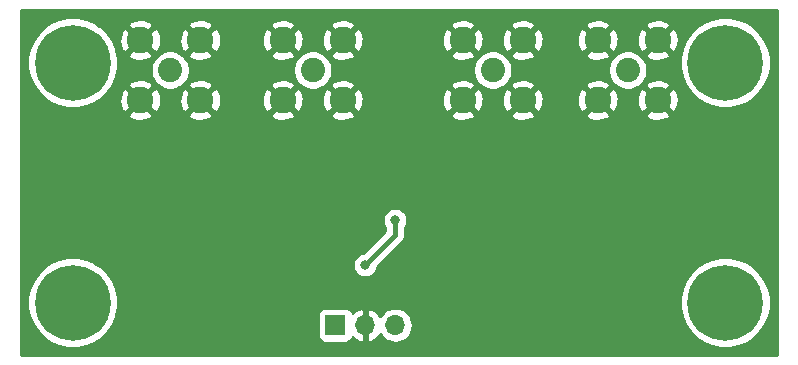
<source format=gbr>
G04 #@! TF.GenerationSoftware,KiCad,Pcbnew,(5.1.2)-2*
G04 #@! TF.CreationDate,2019-07-06T21:40:03+08:00*
G04 #@! TF.ProjectId,ADA4522,41444134-3532-4322-9e6b-696361645f70,rev?*
G04 #@! TF.SameCoordinates,Original*
G04 #@! TF.FileFunction,Copper,L2,Bot*
G04 #@! TF.FilePolarity,Positive*
%FSLAX46Y46*%
G04 Gerber Fmt 4.6, Leading zero omitted, Abs format (unit mm)*
G04 Created by KiCad (PCBNEW (5.1.2)-2) date 2019-07-06 21:40:03*
%MOMM*%
%LPD*%
G04 APERTURE LIST*
%ADD10C,6.400000*%
%ADD11C,2.250000*%
%ADD12C,2.050000*%
%ADD13R,1.700000X1.700000*%
%ADD14O,1.700000X1.700000*%
%ADD15C,0.400000*%
%ADD16C,0.800000*%
%ADD17C,0.400000*%
%ADD18C,0.254000*%
G04 APERTURE END LIST*
D10*
X175260000Y-92075000D03*
X120015000Y-92075000D03*
X175260000Y-71755000D03*
X120015000Y-71755000D03*
D11*
X164465000Y-74930000D03*
X164465000Y-69850000D03*
X169545000Y-69850000D03*
X169545000Y-74930000D03*
D12*
X167005000Y-72390000D03*
D11*
X125730000Y-74930000D03*
X125730000Y-69850000D03*
X130810000Y-69850000D03*
X130810000Y-74930000D03*
D12*
X128270000Y-72390000D03*
X140335000Y-72390000D03*
D11*
X142875000Y-74930000D03*
X142875000Y-69850000D03*
X137795000Y-69850000D03*
X137795000Y-74930000D03*
D13*
X142240000Y-93980000D03*
D14*
X144780000Y-93980000D03*
X147320000Y-93980000D03*
D12*
X155575000Y-72390000D03*
D11*
X158115000Y-74930000D03*
X158115000Y-69850000D03*
X153035000Y-69850000D03*
X153035000Y-74930000D03*
D15*
X124460000Y-76835000D03*
X124460000Y-78105000D03*
X124460000Y-79375000D03*
X124460000Y-80645000D03*
X125730000Y-81915000D03*
X126365000Y-82550000D03*
X127000000Y-83185000D03*
X120650000Y-76835000D03*
X120650000Y-78105000D03*
X120650000Y-79375000D03*
X120650000Y-80645000D03*
X120650000Y-81915000D03*
X120650000Y-83185000D03*
X128905000Y-85725000D03*
X130810000Y-85725000D03*
X132080000Y-85725000D03*
X133350000Y-85725000D03*
X135255000Y-85725000D03*
X136525000Y-85725000D03*
X137795000Y-85725000D03*
X139700000Y-85725000D03*
X140970000Y-85725000D03*
X142240000Y-85725000D03*
X141605000Y-80645000D03*
X142875000Y-80645000D03*
X144145000Y-80645000D03*
X148590000Y-80645000D03*
X150495000Y-80645000D03*
X151765000Y-80645000D03*
X152400000Y-81915000D03*
X153035000Y-81915000D03*
X154305000Y-81915000D03*
X154940000Y-80010000D03*
X154940000Y-80645000D03*
X154305000Y-78105000D03*
X154305000Y-77470000D03*
X154305000Y-76835000D03*
X140970000Y-80010000D03*
X140335000Y-78740000D03*
X140335000Y-77470000D03*
X140335000Y-76200000D03*
X136525000Y-72390000D03*
X135890000Y-73025000D03*
X134620000Y-74295000D03*
X134620000Y-74930000D03*
X134620000Y-75565000D03*
X134620000Y-76835000D03*
X134620000Y-78105000D03*
X134620000Y-78740000D03*
X134620000Y-80010000D03*
X128905000Y-80645000D03*
X130175000Y-80645000D03*
X130810000Y-80645000D03*
X132715000Y-80645000D03*
X133985000Y-80645000D03*
X135255000Y-81915000D03*
X135890000Y-81915000D03*
X136525000Y-81915000D03*
X137160000Y-81915000D03*
X137795000Y-81280000D03*
X143675001Y-88099999D03*
X142875000Y-88900000D03*
X141605000Y-89535000D03*
X141605000Y-90170000D03*
X140970000Y-91440000D03*
X140335000Y-92710000D03*
X139700000Y-92710000D03*
X139065000Y-92710000D03*
X137795000Y-92710000D03*
X137795000Y-92710000D03*
X136525000Y-92710000D03*
X135255000Y-92710000D03*
X165735000Y-77470000D03*
X165735000Y-79375000D03*
X165735000Y-80010000D03*
X165735000Y-81280000D03*
X165735000Y-82550000D03*
X165735000Y-83820000D03*
X165100000Y-84455000D03*
X164465000Y-85725000D03*
X163195000Y-85725000D03*
X161772500Y-85877500D03*
X162130000Y-84250000D03*
X161290000Y-83185000D03*
X160655000Y-82550000D03*
X160655000Y-81915000D03*
X160655000Y-80645000D03*
X160020000Y-79375000D03*
X159385000Y-78740000D03*
X158115000Y-77470000D03*
X158750000Y-78105000D03*
X168275000Y-76835000D03*
X168275000Y-78105000D03*
X168275000Y-80010000D03*
X168275000Y-81915000D03*
X168275000Y-83820000D03*
X168275000Y-85090000D03*
X167640000Y-86995000D03*
X166370000Y-88265000D03*
X166370000Y-88900000D03*
X166370000Y-90170000D03*
X165735000Y-91440000D03*
X164465000Y-91440000D03*
X162560000Y-91440000D03*
X160655000Y-90170000D03*
X160020000Y-90170000D03*
X151765000Y-90170000D03*
X153035000Y-89535000D03*
X154940000Y-89535000D03*
X154940000Y-89535000D03*
X156210000Y-89535000D03*
X157480000Y-90805000D03*
X157480000Y-92075000D03*
X157480000Y-93345000D03*
X157480000Y-93980000D03*
X149860000Y-94615000D03*
X152400000Y-93345000D03*
X153035000Y-93345000D03*
X151130000Y-93345000D03*
X132715000Y-94615000D03*
X133350000Y-95250000D03*
X134620000Y-95250000D03*
X136525000Y-95250000D03*
X136525000Y-95250000D03*
X138430000Y-95250000D03*
X139700000Y-95250000D03*
X152400000Y-86360000D03*
X153035000Y-86360000D03*
X153670000Y-86360000D03*
X154305000Y-86360000D03*
X134620000Y-90170000D03*
X134620000Y-91440000D03*
X134620000Y-92075000D03*
D16*
X144780000Y-88900000D03*
X147320000Y-85090000D03*
D17*
X144780000Y-88900000D02*
X147320000Y-86360000D01*
X147320000Y-86360000D02*
X147320000Y-85090000D01*
D18*
G36*
X179680000Y-96495000D02*
G01*
X115595000Y-96495000D01*
X115595000Y-91697285D01*
X116180000Y-91697285D01*
X116180000Y-92452715D01*
X116327377Y-93193628D01*
X116616467Y-93891554D01*
X117036161Y-94519670D01*
X117570330Y-95053839D01*
X118198446Y-95473533D01*
X118896372Y-95762623D01*
X119637285Y-95910000D01*
X120392715Y-95910000D01*
X121133628Y-95762623D01*
X121831554Y-95473533D01*
X122459670Y-95053839D01*
X122993839Y-94519670D01*
X123413533Y-93891554D01*
X123702623Y-93193628D01*
X123715279Y-93130000D01*
X140751928Y-93130000D01*
X140751928Y-94830000D01*
X140764188Y-94954482D01*
X140800498Y-95074180D01*
X140859463Y-95184494D01*
X140938815Y-95281185D01*
X141035506Y-95360537D01*
X141145820Y-95419502D01*
X141265518Y-95455812D01*
X141390000Y-95468072D01*
X143090000Y-95468072D01*
X143214482Y-95455812D01*
X143334180Y-95419502D01*
X143444494Y-95360537D01*
X143541185Y-95281185D01*
X143620537Y-95184494D01*
X143679502Y-95074180D01*
X143703966Y-94993534D01*
X143779731Y-95077588D01*
X144013080Y-95251641D01*
X144275901Y-95376825D01*
X144423110Y-95421476D01*
X144653000Y-95300155D01*
X144653000Y-94107000D01*
X144633000Y-94107000D01*
X144633000Y-93853000D01*
X144653000Y-93853000D01*
X144653000Y-92659845D01*
X144907000Y-92659845D01*
X144907000Y-93853000D01*
X144927000Y-93853000D01*
X144927000Y-94107000D01*
X144907000Y-94107000D01*
X144907000Y-95300155D01*
X145136890Y-95421476D01*
X145284099Y-95376825D01*
X145546920Y-95251641D01*
X145780269Y-95077588D01*
X145975178Y-94861355D01*
X146044799Y-94744477D01*
X146079294Y-94809014D01*
X146264866Y-95035134D01*
X146490986Y-95220706D01*
X146748966Y-95358599D01*
X147028889Y-95443513D01*
X147247050Y-95465000D01*
X147392950Y-95465000D01*
X147611111Y-95443513D01*
X147891034Y-95358599D01*
X148149014Y-95220706D01*
X148375134Y-95035134D01*
X148560706Y-94809014D01*
X148698599Y-94551034D01*
X148783513Y-94271111D01*
X148812185Y-93980000D01*
X148783513Y-93688889D01*
X148698599Y-93408966D01*
X148560706Y-93150986D01*
X148375134Y-92924866D01*
X148149014Y-92739294D01*
X147891034Y-92601401D01*
X147611111Y-92516487D01*
X147392950Y-92495000D01*
X147247050Y-92495000D01*
X147028889Y-92516487D01*
X146748966Y-92601401D01*
X146490986Y-92739294D01*
X146264866Y-92924866D01*
X146079294Y-93150986D01*
X146044799Y-93215523D01*
X145975178Y-93098645D01*
X145780269Y-92882412D01*
X145546920Y-92708359D01*
X145284099Y-92583175D01*
X145136890Y-92538524D01*
X144907000Y-92659845D01*
X144653000Y-92659845D01*
X144423110Y-92538524D01*
X144275901Y-92583175D01*
X144013080Y-92708359D01*
X143779731Y-92882412D01*
X143703966Y-92966466D01*
X143679502Y-92885820D01*
X143620537Y-92775506D01*
X143541185Y-92678815D01*
X143444494Y-92599463D01*
X143334180Y-92540498D01*
X143214482Y-92504188D01*
X143090000Y-92491928D01*
X141390000Y-92491928D01*
X141265518Y-92504188D01*
X141145820Y-92540498D01*
X141035506Y-92599463D01*
X140938815Y-92678815D01*
X140859463Y-92775506D01*
X140800498Y-92885820D01*
X140764188Y-93005518D01*
X140751928Y-93130000D01*
X123715279Y-93130000D01*
X123850000Y-92452715D01*
X123850000Y-91697285D01*
X171425000Y-91697285D01*
X171425000Y-92452715D01*
X171572377Y-93193628D01*
X171861467Y-93891554D01*
X172281161Y-94519670D01*
X172815330Y-95053839D01*
X173443446Y-95473533D01*
X174141372Y-95762623D01*
X174882285Y-95910000D01*
X175637715Y-95910000D01*
X176378628Y-95762623D01*
X177076554Y-95473533D01*
X177704670Y-95053839D01*
X178238839Y-94519670D01*
X178658533Y-93891554D01*
X178947623Y-93193628D01*
X179095000Y-92452715D01*
X179095000Y-91697285D01*
X178947623Y-90956372D01*
X178658533Y-90258446D01*
X178238839Y-89630330D01*
X177704670Y-89096161D01*
X177076554Y-88676467D01*
X176378628Y-88387377D01*
X175637715Y-88240000D01*
X174882285Y-88240000D01*
X174141372Y-88387377D01*
X173443446Y-88676467D01*
X172815330Y-89096161D01*
X172281161Y-89630330D01*
X171861467Y-90258446D01*
X171572377Y-90956372D01*
X171425000Y-91697285D01*
X123850000Y-91697285D01*
X123702623Y-90956372D01*
X123413533Y-90258446D01*
X122993839Y-89630330D01*
X122459670Y-89096161D01*
X122013533Y-88798061D01*
X143745000Y-88798061D01*
X143745000Y-89001939D01*
X143784774Y-89201898D01*
X143862795Y-89390256D01*
X143976063Y-89559774D01*
X144120226Y-89703937D01*
X144289744Y-89817205D01*
X144478102Y-89895226D01*
X144678061Y-89935000D01*
X144881939Y-89935000D01*
X145081898Y-89895226D01*
X145270256Y-89817205D01*
X145439774Y-89703937D01*
X145583937Y-89559774D01*
X145697205Y-89390256D01*
X145775226Y-89201898D01*
X145804093Y-89056775D01*
X147881428Y-86979440D01*
X147913291Y-86953291D01*
X148017636Y-86826146D01*
X148095172Y-86681087D01*
X148142918Y-86523689D01*
X148155000Y-86401019D01*
X148155000Y-86401009D01*
X148159039Y-86360001D01*
X148155000Y-86318993D01*
X148155000Y-85703285D01*
X148237205Y-85580256D01*
X148315226Y-85391898D01*
X148355000Y-85191939D01*
X148355000Y-84988061D01*
X148315226Y-84788102D01*
X148237205Y-84599744D01*
X148123937Y-84430226D01*
X147979774Y-84286063D01*
X147810256Y-84172795D01*
X147621898Y-84094774D01*
X147421939Y-84055000D01*
X147218061Y-84055000D01*
X147018102Y-84094774D01*
X146829744Y-84172795D01*
X146660226Y-84286063D01*
X146516063Y-84430226D01*
X146402795Y-84599744D01*
X146324774Y-84788102D01*
X146285000Y-84988061D01*
X146285000Y-85191939D01*
X146324774Y-85391898D01*
X146402795Y-85580256D01*
X146485001Y-85703286D01*
X146485000Y-86014132D01*
X144623225Y-87875907D01*
X144478102Y-87904774D01*
X144289744Y-87982795D01*
X144120226Y-88096063D01*
X143976063Y-88240226D01*
X143862795Y-88409744D01*
X143784774Y-88598102D01*
X143745000Y-88798061D01*
X122013533Y-88798061D01*
X121831554Y-88676467D01*
X121133628Y-88387377D01*
X120392715Y-88240000D01*
X119637285Y-88240000D01*
X118896372Y-88387377D01*
X118198446Y-88676467D01*
X117570330Y-89096161D01*
X117036161Y-89630330D01*
X116616467Y-90258446D01*
X116327377Y-90956372D01*
X116180000Y-91697285D01*
X115595000Y-91697285D01*
X115595000Y-76154531D01*
X124685074Y-76154531D01*
X124795921Y-76431714D01*
X125106840Y-76585089D01*
X125441705Y-76674860D01*
X125787650Y-76697576D01*
X126131380Y-76652366D01*
X126459685Y-76540966D01*
X126664079Y-76431714D01*
X126774926Y-76154531D01*
X129765074Y-76154531D01*
X129875921Y-76431714D01*
X130186840Y-76585089D01*
X130521705Y-76674860D01*
X130867650Y-76697576D01*
X131211380Y-76652366D01*
X131539685Y-76540966D01*
X131744079Y-76431714D01*
X131854926Y-76154531D01*
X136750074Y-76154531D01*
X136860921Y-76431714D01*
X137171840Y-76585089D01*
X137506705Y-76674860D01*
X137852650Y-76697576D01*
X138196380Y-76652366D01*
X138524685Y-76540966D01*
X138729079Y-76431714D01*
X138839926Y-76154531D01*
X141830074Y-76154531D01*
X141940921Y-76431714D01*
X142251840Y-76585089D01*
X142586705Y-76674860D01*
X142932650Y-76697576D01*
X143276380Y-76652366D01*
X143604685Y-76540966D01*
X143809079Y-76431714D01*
X143919926Y-76154531D01*
X151990074Y-76154531D01*
X152100921Y-76431714D01*
X152411840Y-76585089D01*
X152746705Y-76674860D01*
X153092650Y-76697576D01*
X153436380Y-76652366D01*
X153764685Y-76540966D01*
X153969079Y-76431714D01*
X154079926Y-76154531D01*
X157070074Y-76154531D01*
X157180921Y-76431714D01*
X157491840Y-76585089D01*
X157826705Y-76674860D01*
X158172650Y-76697576D01*
X158516380Y-76652366D01*
X158844685Y-76540966D01*
X159049079Y-76431714D01*
X159159926Y-76154531D01*
X163420074Y-76154531D01*
X163530921Y-76431714D01*
X163841840Y-76585089D01*
X164176705Y-76674860D01*
X164522650Y-76697576D01*
X164866380Y-76652366D01*
X165194685Y-76540966D01*
X165399079Y-76431714D01*
X165509926Y-76154531D01*
X168500074Y-76154531D01*
X168610921Y-76431714D01*
X168921840Y-76585089D01*
X169256705Y-76674860D01*
X169602650Y-76697576D01*
X169946380Y-76652366D01*
X170274685Y-76540966D01*
X170479079Y-76431714D01*
X170589926Y-76154531D01*
X169545000Y-75109605D01*
X168500074Y-76154531D01*
X165509926Y-76154531D01*
X164465000Y-75109605D01*
X163420074Y-76154531D01*
X159159926Y-76154531D01*
X158115000Y-75109605D01*
X157070074Y-76154531D01*
X154079926Y-76154531D01*
X153035000Y-75109605D01*
X151990074Y-76154531D01*
X143919926Y-76154531D01*
X142875000Y-75109605D01*
X141830074Y-76154531D01*
X138839926Y-76154531D01*
X137795000Y-75109605D01*
X136750074Y-76154531D01*
X131854926Y-76154531D01*
X130810000Y-75109605D01*
X129765074Y-76154531D01*
X126774926Y-76154531D01*
X125730000Y-75109605D01*
X124685074Y-76154531D01*
X115595000Y-76154531D01*
X115595000Y-71377285D01*
X116180000Y-71377285D01*
X116180000Y-72132715D01*
X116327377Y-72873628D01*
X116616467Y-73571554D01*
X117036161Y-74199670D01*
X117570330Y-74733839D01*
X118198446Y-75153533D01*
X118896372Y-75442623D01*
X119637285Y-75590000D01*
X120392715Y-75590000D01*
X121133628Y-75442623D01*
X121831554Y-75153533D01*
X122079815Y-74987650D01*
X123962424Y-74987650D01*
X124007634Y-75331380D01*
X124119034Y-75659685D01*
X124228286Y-75864079D01*
X124505469Y-75974926D01*
X125550395Y-74930000D01*
X125909605Y-74930000D01*
X126954531Y-75974926D01*
X127231714Y-75864079D01*
X127385089Y-75553160D01*
X127474860Y-75218295D01*
X127490004Y-74987650D01*
X129042424Y-74987650D01*
X129087634Y-75331380D01*
X129199034Y-75659685D01*
X129308286Y-75864079D01*
X129585469Y-75974926D01*
X130630395Y-74930000D01*
X130989605Y-74930000D01*
X132034531Y-75974926D01*
X132311714Y-75864079D01*
X132465089Y-75553160D01*
X132554860Y-75218295D01*
X132570004Y-74987650D01*
X136027424Y-74987650D01*
X136072634Y-75331380D01*
X136184034Y-75659685D01*
X136293286Y-75864079D01*
X136570469Y-75974926D01*
X137615395Y-74930000D01*
X137974605Y-74930000D01*
X139019531Y-75974926D01*
X139296714Y-75864079D01*
X139450089Y-75553160D01*
X139539860Y-75218295D01*
X139555004Y-74987650D01*
X141107424Y-74987650D01*
X141152634Y-75331380D01*
X141264034Y-75659685D01*
X141373286Y-75864079D01*
X141650469Y-75974926D01*
X142695395Y-74930000D01*
X143054605Y-74930000D01*
X144099531Y-75974926D01*
X144376714Y-75864079D01*
X144530089Y-75553160D01*
X144619860Y-75218295D01*
X144635004Y-74987650D01*
X151267424Y-74987650D01*
X151312634Y-75331380D01*
X151424034Y-75659685D01*
X151533286Y-75864079D01*
X151810469Y-75974926D01*
X152855395Y-74930000D01*
X153214605Y-74930000D01*
X154259531Y-75974926D01*
X154536714Y-75864079D01*
X154690089Y-75553160D01*
X154779860Y-75218295D01*
X154795004Y-74987650D01*
X156347424Y-74987650D01*
X156392634Y-75331380D01*
X156504034Y-75659685D01*
X156613286Y-75864079D01*
X156890469Y-75974926D01*
X157935395Y-74930000D01*
X158294605Y-74930000D01*
X159339531Y-75974926D01*
X159616714Y-75864079D01*
X159770089Y-75553160D01*
X159859860Y-75218295D01*
X159875004Y-74987650D01*
X162697424Y-74987650D01*
X162742634Y-75331380D01*
X162854034Y-75659685D01*
X162963286Y-75864079D01*
X163240469Y-75974926D01*
X164285395Y-74930000D01*
X164644605Y-74930000D01*
X165689531Y-75974926D01*
X165966714Y-75864079D01*
X166120089Y-75553160D01*
X166209860Y-75218295D01*
X166225004Y-74987650D01*
X167777424Y-74987650D01*
X167822634Y-75331380D01*
X167934034Y-75659685D01*
X168043286Y-75864079D01*
X168320469Y-75974926D01*
X169365395Y-74930000D01*
X169724605Y-74930000D01*
X170769531Y-75974926D01*
X171046714Y-75864079D01*
X171200089Y-75553160D01*
X171289860Y-75218295D01*
X171312576Y-74872350D01*
X171267366Y-74528620D01*
X171155966Y-74200315D01*
X171046714Y-73995921D01*
X170769531Y-73885074D01*
X169724605Y-74930000D01*
X169365395Y-74930000D01*
X168320469Y-73885074D01*
X168043286Y-73995921D01*
X167889911Y-74306840D01*
X167800140Y-74641705D01*
X167777424Y-74987650D01*
X166225004Y-74987650D01*
X166232576Y-74872350D01*
X166187366Y-74528620D01*
X166075966Y-74200315D01*
X165966714Y-73995921D01*
X165689531Y-73885074D01*
X164644605Y-74930000D01*
X164285395Y-74930000D01*
X163240469Y-73885074D01*
X162963286Y-73995921D01*
X162809911Y-74306840D01*
X162720140Y-74641705D01*
X162697424Y-74987650D01*
X159875004Y-74987650D01*
X159882576Y-74872350D01*
X159837366Y-74528620D01*
X159725966Y-74200315D01*
X159616714Y-73995921D01*
X159339531Y-73885074D01*
X158294605Y-74930000D01*
X157935395Y-74930000D01*
X156890469Y-73885074D01*
X156613286Y-73995921D01*
X156459911Y-74306840D01*
X156370140Y-74641705D01*
X156347424Y-74987650D01*
X154795004Y-74987650D01*
X154802576Y-74872350D01*
X154757366Y-74528620D01*
X154645966Y-74200315D01*
X154536714Y-73995921D01*
X154259531Y-73885074D01*
X153214605Y-74930000D01*
X152855395Y-74930000D01*
X151810469Y-73885074D01*
X151533286Y-73995921D01*
X151379911Y-74306840D01*
X151290140Y-74641705D01*
X151267424Y-74987650D01*
X144635004Y-74987650D01*
X144642576Y-74872350D01*
X144597366Y-74528620D01*
X144485966Y-74200315D01*
X144376714Y-73995921D01*
X144099531Y-73885074D01*
X143054605Y-74930000D01*
X142695395Y-74930000D01*
X141650469Y-73885074D01*
X141373286Y-73995921D01*
X141219911Y-74306840D01*
X141130140Y-74641705D01*
X141107424Y-74987650D01*
X139555004Y-74987650D01*
X139562576Y-74872350D01*
X139517366Y-74528620D01*
X139405966Y-74200315D01*
X139296714Y-73995921D01*
X139019531Y-73885074D01*
X137974605Y-74930000D01*
X137615395Y-74930000D01*
X136570469Y-73885074D01*
X136293286Y-73995921D01*
X136139911Y-74306840D01*
X136050140Y-74641705D01*
X136027424Y-74987650D01*
X132570004Y-74987650D01*
X132577576Y-74872350D01*
X132532366Y-74528620D01*
X132420966Y-74200315D01*
X132311714Y-73995921D01*
X132034531Y-73885074D01*
X130989605Y-74930000D01*
X130630395Y-74930000D01*
X129585469Y-73885074D01*
X129308286Y-73995921D01*
X129154911Y-74306840D01*
X129065140Y-74641705D01*
X129042424Y-74987650D01*
X127490004Y-74987650D01*
X127497576Y-74872350D01*
X127452366Y-74528620D01*
X127340966Y-74200315D01*
X127231714Y-73995921D01*
X126954531Y-73885074D01*
X125909605Y-74930000D01*
X125550395Y-74930000D01*
X124505469Y-73885074D01*
X124228286Y-73995921D01*
X124074911Y-74306840D01*
X123985140Y-74641705D01*
X123962424Y-74987650D01*
X122079815Y-74987650D01*
X122459670Y-74733839D01*
X122993839Y-74199670D01*
X123324053Y-73705469D01*
X124685074Y-73705469D01*
X125730000Y-74750395D01*
X126774926Y-73705469D01*
X126664079Y-73428286D01*
X126353160Y-73274911D01*
X126018295Y-73185140D01*
X125672350Y-73162424D01*
X125328620Y-73207634D01*
X125000315Y-73319034D01*
X124795921Y-73428286D01*
X124685074Y-73705469D01*
X123324053Y-73705469D01*
X123413533Y-73571554D01*
X123702623Y-72873628D01*
X123831344Y-72226504D01*
X126610000Y-72226504D01*
X126610000Y-72553496D01*
X126673793Y-72874204D01*
X126798927Y-73176305D01*
X126980594Y-73448188D01*
X127211812Y-73679406D01*
X127483695Y-73861073D01*
X127785796Y-73986207D01*
X128106504Y-74050000D01*
X128433496Y-74050000D01*
X128754204Y-73986207D01*
X129056305Y-73861073D01*
X129289182Y-73705469D01*
X129765074Y-73705469D01*
X130810000Y-74750395D01*
X131854926Y-73705469D01*
X136750074Y-73705469D01*
X137795000Y-74750395D01*
X138839926Y-73705469D01*
X138729079Y-73428286D01*
X138418160Y-73274911D01*
X138083295Y-73185140D01*
X137737350Y-73162424D01*
X137393620Y-73207634D01*
X137065315Y-73319034D01*
X136860921Y-73428286D01*
X136750074Y-73705469D01*
X131854926Y-73705469D01*
X131744079Y-73428286D01*
X131433160Y-73274911D01*
X131098295Y-73185140D01*
X130752350Y-73162424D01*
X130408620Y-73207634D01*
X130080315Y-73319034D01*
X129875921Y-73428286D01*
X129765074Y-73705469D01*
X129289182Y-73705469D01*
X129328188Y-73679406D01*
X129559406Y-73448188D01*
X129741073Y-73176305D01*
X129866207Y-72874204D01*
X129930000Y-72553496D01*
X129930000Y-72226504D01*
X138675000Y-72226504D01*
X138675000Y-72553496D01*
X138738793Y-72874204D01*
X138863927Y-73176305D01*
X139045594Y-73448188D01*
X139276812Y-73679406D01*
X139548695Y-73861073D01*
X139850796Y-73986207D01*
X140171504Y-74050000D01*
X140498496Y-74050000D01*
X140819204Y-73986207D01*
X141121305Y-73861073D01*
X141354182Y-73705469D01*
X141830074Y-73705469D01*
X142875000Y-74750395D01*
X143919926Y-73705469D01*
X151990074Y-73705469D01*
X153035000Y-74750395D01*
X154079926Y-73705469D01*
X153969079Y-73428286D01*
X153658160Y-73274911D01*
X153323295Y-73185140D01*
X152977350Y-73162424D01*
X152633620Y-73207634D01*
X152305315Y-73319034D01*
X152100921Y-73428286D01*
X151990074Y-73705469D01*
X143919926Y-73705469D01*
X143809079Y-73428286D01*
X143498160Y-73274911D01*
X143163295Y-73185140D01*
X142817350Y-73162424D01*
X142473620Y-73207634D01*
X142145315Y-73319034D01*
X141940921Y-73428286D01*
X141830074Y-73705469D01*
X141354182Y-73705469D01*
X141393188Y-73679406D01*
X141624406Y-73448188D01*
X141806073Y-73176305D01*
X141931207Y-72874204D01*
X141995000Y-72553496D01*
X141995000Y-72226504D01*
X153915000Y-72226504D01*
X153915000Y-72553496D01*
X153978793Y-72874204D01*
X154103927Y-73176305D01*
X154285594Y-73448188D01*
X154516812Y-73679406D01*
X154788695Y-73861073D01*
X155090796Y-73986207D01*
X155411504Y-74050000D01*
X155738496Y-74050000D01*
X156059204Y-73986207D01*
X156361305Y-73861073D01*
X156594182Y-73705469D01*
X157070074Y-73705469D01*
X158115000Y-74750395D01*
X159159926Y-73705469D01*
X163420074Y-73705469D01*
X164465000Y-74750395D01*
X165509926Y-73705469D01*
X165399079Y-73428286D01*
X165088160Y-73274911D01*
X164753295Y-73185140D01*
X164407350Y-73162424D01*
X164063620Y-73207634D01*
X163735315Y-73319034D01*
X163530921Y-73428286D01*
X163420074Y-73705469D01*
X159159926Y-73705469D01*
X159049079Y-73428286D01*
X158738160Y-73274911D01*
X158403295Y-73185140D01*
X158057350Y-73162424D01*
X157713620Y-73207634D01*
X157385315Y-73319034D01*
X157180921Y-73428286D01*
X157070074Y-73705469D01*
X156594182Y-73705469D01*
X156633188Y-73679406D01*
X156864406Y-73448188D01*
X157046073Y-73176305D01*
X157171207Y-72874204D01*
X157235000Y-72553496D01*
X157235000Y-72226504D01*
X165345000Y-72226504D01*
X165345000Y-72553496D01*
X165408793Y-72874204D01*
X165533927Y-73176305D01*
X165715594Y-73448188D01*
X165946812Y-73679406D01*
X166218695Y-73861073D01*
X166520796Y-73986207D01*
X166841504Y-74050000D01*
X167168496Y-74050000D01*
X167489204Y-73986207D01*
X167791305Y-73861073D01*
X168024182Y-73705469D01*
X168500074Y-73705469D01*
X169545000Y-74750395D01*
X170589926Y-73705469D01*
X170479079Y-73428286D01*
X170168160Y-73274911D01*
X169833295Y-73185140D01*
X169487350Y-73162424D01*
X169143620Y-73207634D01*
X168815315Y-73319034D01*
X168610921Y-73428286D01*
X168500074Y-73705469D01*
X168024182Y-73705469D01*
X168063188Y-73679406D01*
X168294406Y-73448188D01*
X168476073Y-73176305D01*
X168601207Y-72874204D01*
X168665000Y-72553496D01*
X168665000Y-72226504D01*
X168601207Y-71905796D01*
X168476073Y-71603695D01*
X168294406Y-71331812D01*
X168063188Y-71100594D01*
X168024183Y-71074531D01*
X168500074Y-71074531D01*
X168610921Y-71351714D01*
X168921840Y-71505089D01*
X169256705Y-71594860D01*
X169602650Y-71617576D01*
X169946380Y-71572366D01*
X170274685Y-71460966D01*
X170431239Y-71377285D01*
X171425000Y-71377285D01*
X171425000Y-72132715D01*
X171572377Y-72873628D01*
X171861467Y-73571554D01*
X172281161Y-74199670D01*
X172815330Y-74733839D01*
X173443446Y-75153533D01*
X174141372Y-75442623D01*
X174882285Y-75590000D01*
X175637715Y-75590000D01*
X176378628Y-75442623D01*
X177076554Y-75153533D01*
X177704670Y-74733839D01*
X178238839Y-74199670D01*
X178658533Y-73571554D01*
X178947623Y-72873628D01*
X179095000Y-72132715D01*
X179095000Y-71377285D01*
X178947623Y-70636372D01*
X178658533Y-69938446D01*
X178238839Y-69310330D01*
X177704670Y-68776161D01*
X177076554Y-68356467D01*
X176378628Y-68067377D01*
X175637715Y-67920000D01*
X174882285Y-67920000D01*
X174141372Y-68067377D01*
X173443446Y-68356467D01*
X172815330Y-68776161D01*
X172281161Y-69310330D01*
X171861467Y-69938446D01*
X171572377Y-70636372D01*
X171425000Y-71377285D01*
X170431239Y-71377285D01*
X170479079Y-71351714D01*
X170589926Y-71074531D01*
X169545000Y-70029605D01*
X168500074Y-71074531D01*
X168024183Y-71074531D01*
X167791305Y-70918927D01*
X167489204Y-70793793D01*
X167168496Y-70730000D01*
X166841504Y-70730000D01*
X166520796Y-70793793D01*
X166218695Y-70918927D01*
X165946812Y-71100594D01*
X165715594Y-71331812D01*
X165533927Y-71603695D01*
X165408793Y-71905796D01*
X165345000Y-72226504D01*
X157235000Y-72226504D01*
X157171207Y-71905796D01*
X157046073Y-71603695D01*
X156864406Y-71331812D01*
X156633188Y-71100594D01*
X156594183Y-71074531D01*
X157070074Y-71074531D01*
X157180921Y-71351714D01*
X157491840Y-71505089D01*
X157826705Y-71594860D01*
X158172650Y-71617576D01*
X158516380Y-71572366D01*
X158844685Y-71460966D01*
X159049079Y-71351714D01*
X159159926Y-71074531D01*
X163420074Y-71074531D01*
X163530921Y-71351714D01*
X163841840Y-71505089D01*
X164176705Y-71594860D01*
X164522650Y-71617576D01*
X164866380Y-71572366D01*
X165194685Y-71460966D01*
X165399079Y-71351714D01*
X165509926Y-71074531D01*
X164465000Y-70029605D01*
X163420074Y-71074531D01*
X159159926Y-71074531D01*
X158115000Y-70029605D01*
X157070074Y-71074531D01*
X156594183Y-71074531D01*
X156361305Y-70918927D01*
X156059204Y-70793793D01*
X155738496Y-70730000D01*
X155411504Y-70730000D01*
X155090796Y-70793793D01*
X154788695Y-70918927D01*
X154516812Y-71100594D01*
X154285594Y-71331812D01*
X154103927Y-71603695D01*
X153978793Y-71905796D01*
X153915000Y-72226504D01*
X141995000Y-72226504D01*
X141931207Y-71905796D01*
X141806073Y-71603695D01*
X141624406Y-71331812D01*
X141393188Y-71100594D01*
X141354183Y-71074531D01*
X141830074Y-71074531D01*
X141940921Y-71351714D01*
X142251840Y-71505089D01*
X142586705Y-71594860D01*
X142932650Y-71617576D01*
X143276380Y-71572366D01*
X143604685Y-71460966D01*
X143809079Y-71351714D01*
X143919926Y-71074531D01*
X151990074Y-71074531D01*
X152100921Y-71351714D01*
X152411840Y-71505089D01*
X152746705Y-71594860D01*
X153092650Y-71617576D01*
X153436380Y-71572366D01*
X153764685Y-71460966D01*
X153969079Y-71351714D01*
X154079926Y-71074531D01*
X153035000Y-70029605D01*
X151990074Y-71074531D01*
X143919926Y-71074531D01*
X142875000Y-70029605D01*
X141830074Y-71074531D01*
X141354183Y-71074531D01*
X141121305Y-70918927D01*
X140819204Y-70793793D01*
X140498496Y-70730000D01*
X140171504Y-70730000D01*
X139850796Y-70793793D01*
X139548695Y-70918927D01*
X139276812Y-71100594D01*
X139045594Y-71331812D01*
X138863927Y-71603695D01*
X138738793Y-71905796D01*
X138675000Y-72226504D01*
X129930000Y-72226504D01*
X129866207Y-71905796D01*
X129741073Y-71603695D01*
X129559406Y-71331812D01*
X129328188Y-71100594D01*
X129289183Y-71074531D01*
X129765074Y-71074531D01*
X129875921Y-71351714D01*
X130186840Y-71505089D01*
X130521705Y-71594860D01*
X130867650Y-71617576D01*
X131211380Y-71572366D01*
X131539685Y-71460966D01*
X131744079Y-71351714D01*
X131854926Y-71074531D01*
X136750074Y-71074531D01*
X136860921Y-71351714D01*
X137171840Y-71505089D01*
X137506705Y-71594860D01*
X137852650Y-71617576D01*
X138196380Y-71572366D01*
X138524685Y-71460966D01*
X138729079Y-71351714D01*
X138839926Y-71074531D01*
X137795000Y-70029605D01*
X136750074Y-71074531D01*
X131854926Y-71074531D01*
X130810000Y-70029605D01*
X129765074Y-71074531D01*
X129289183Y-71074531D01*
X129056305Y-70918927D01*
X128754204Y-70793793D01*
X128433496Y-70730000D01*
X128106504Y-70730000D01*
X127785796Y-70793793D01*
X127483695Y-70918927D01*
X127211812Y-71100594D01*
X126980594Y-71331812D01*
X126798927Y-71603695D01*
X126673793Y-71905796D01*
X126610000Y-72226504D01*
X123831344Y-72226504D01*
X123850000Y-72132715D01*
X123850000Y-71377285D01*
X123789779Y-71074531D01*
X124685074Y-71074531D01*
X124795921Y-71351714D01*
X125106840Y-71505089D01*
X125441705Y-71594860D01*
X125787650Y-71617576D01*
X126131380Y-71572366D01*
X126459685Y-71460966D01*
X126664079Y-71351714D01*
X126774926Y-71074531D01*
X125730000Y-70029605D01*
X124685074Y-71074531D01*
X123789779Y-71074531D01*
X123702623Y-70636372D01*
X123413533Y-69938446D01*
X123392956Y-69907650D01*
X123962424Y-69907650D01*
X124007634Y-70251380D01*
X124119034Y-70579685D01*
X124228286Y-70784079D01*
X124505469Y-70894926D01*
X125550395Y-69850000D01*
X125909605Y-69850000D01*
X126954531Y-70894926D01*
X127231714Y-70784079D01*
X127385089Y-70473160D01*
X127474860Y-70138295D01*
X127490004Y-69907650D01*
X129042424Y-69907650D01*
X129087634Y-70251380D01*
X129199034Y-70579685D01*
X129308286Y-70784079D01*
X129585469Y-70894926D01*
X130630395Y-69850000D01*
X130989605Y-69850000D01*
X132034531Y-70894926D01*
X132311714Y-70784079D01*
X132465089Y-70473160D01*
X132554860Y-70138295D01*
X132570004Y-69907650D01*
X136027424Y-69907650D01*
X136072634Y-70251380D01*
X136184034Y-70579685D01*
X136293286Y-70784079D01*
X136570469Y-70894926D01*
X137615395Y-69850000D01*
X137974605Y-69850000D01*
X139019531Y-70894926D01*
X139296714Y-70784079D01*
X139450089Y-70473160D01*
X139539860Y-70138295D01*
X139555004Y-69907650D01*
X141107424Y-69907650D01*
X141152634Y-70251380D01*
X141264034Y-70579685D01*
X141373286Y-70784079D01*
X141650469Y-70894926D01*
X142695395Y-69850000D01*
X143054605Y-69850000D01*
X144099531Y-70894926D01*
X144376714Y-70784079D01*
X144530089Y-70473160D01*
X144619860Y-70138295D01*
X144635004Y-69907650D01*
X151267424Y-69907650D01*
X151312634Y-70251380D01*
X151424034Y-70579685D01*
X151533286Y-70784079D01*
X151810469Y-70894926D01*
X152855395Y-69850000D01*
X153214605Y-69850000D01*
X154259531Y-70894926D01*
X154536714Y-70784079D01*
X154690089Y-70473160D01*
X154779860Y-70138295D01*
X154795004Y-69907650D01*
X156347424Y-69907650D01*
X156392634Y-70251380D01*
X156504034Y-70579685D01*
X156613286Y-70784079D01*
X156890469Y-70894926D01*
X157935395Y-69850000D01*
X158294605Y-69850000D01*
X159339531Y-70894926D01*
X159616714Y-70784079D01*
X159770089Y-70473160D01*
X159859860Y-70138295D01*
X159875004Y-69907650D01*
X162697424Y-69907650D01*
X162742634Y-70251380D01*
X162854034Y-70579685D01*
X162963286Y-70784079D01*
X163240469Y-70894926D01*
X164285395Y-69850000D01*
X164644605Y-69850000D01*
X165689531Y-70894926D01*
X165966714Y-70784079D01*
X166120089Y-70473160D01*
X166209860Y-70138295D01*
X166225004Y-69907650D01*
X167777424Y-69907650D01*
X167822634Y-70251380D01*
X167934034Y-70579685D01*
X168043286Y-70784079D01*
X168320469Y-70894926D01*
X169365395Y-69850000D01*
X169724605Y-69850000D01*
X170769531Y-70894926D01*
X171046714Y-70784079D01*
X171200089Y-70473160D01*
X171289860Y-70138295D01*
X171312576Y-69792350D01*
X171267366Y-69448620D01*
X171155966Y-69120315D01*
X171046714Y-68915921D01*
X170769531Y-68805074D01*
X169724605Y-69850000D01*
X169365395Y-69850000D01*
X168320469Y-68805074D01*
X168043286Y-68915921D01*
X167889911Y-69226840D01*
X167800140Y-69561705D01*
X167777424Y-69907650D01*
X166225004Y-69907650D01*
X166232576Y-69792350D01*
X166187366Y-69448620D01*
X166075966Y-69120315D01*
X165966714Y-68915921D01*
X165689531Y-68805074D01*
X164644605Y-69850000D01*
X164285395Y-69850000D01*
X163240469Y-68805074D01*
X162963286Y-68915921D01*
X162809911Y-69226840D01*
X162720140Y-69561705D01*
X162697424Y-69907650D01*
X159875004Y-69907650D01*
X159882576Y-69792350D01*
X159837366Y-69448620D01*
X159725966Y-69120315D01*
X159616714Y-68915921D01*
X159339531Y-68805074D01*
X158294605Y-69850000D01*
X157935395Y-69850000D01*
X156890469Y-68805074D01*
X156613286Y-68915921D01*
X156459911Y-69226840D01*
X156370140Y-69561705D01*
X156347424Y-69907650D01*
X154795004Y-69907650D01*
X154802576Y-69792350D01*
X154757366Y-69448620D01*
X154645966Y-69120315D01*
X154536714Y-68915921D01*
X154259531Y-68805074D01*
X153214605Y-69850000D01*
X152855395Y-69850000D01*
X151810469Y-68805074D01*
X151533286Y-68915921D01*
X151379911Y-69226840D01*
X151290140Y-69561705D01*
X151267424Y-69907650D01*
X144635004Y-69907650D01*
X144642576Y-69792350D01*
X144597366Y-69448620D01*
X144485966Y-69120315D01*
X144376714Y-68915921D01*
X144099531Y-68805074D01*
X143054605Y-69850000D01*
X142695395Y-69850000D01*
X141650469Y-68805074D01*
X141373286Y-68915921D01*
X141219911Y-69226840D01*
X141130140Y-69561705D01*
X141107424Y-69907650D01*
X139555004Y-69907650D01*
X139562576Y-69792350D01*
X139517366Y-69448620D01*
X139405966Y-69120315D01*
X139296714Y-68915921D01*
X139019531Y-68805074D01*
X137974605Y-69850000D01*
X137615395Y-69850000D01*
X136570469Y-68805074D01*
X136293286Y-68915921D01*
X136139911Y-69226840D01*
X136050140Y-69561705D01*
X136027424Y-69907650D01*
X132570004Y-69907650D01*
X132577576Y-69792350D01*
X132532366Y-69448620D01*
X132420966Y-69120315D01*
X132311714Y-68915921D01*
X132034531Y-68805074D01*
X130989605Y-69850000D01*
X130630395Y-69850000D01*
X129585469Y-68805074D01*
X129308286Y-68915921D01*
X129154911Y-69226840D01*
X129065140Y-69561705D01*
X129042424Y-69907650D01*
X127490004Y-69907650D01*
X127497576Y-69792350D01*
X127452366Y-69448620D01*
X127340966Y-69120315D01*
X127231714Y-68915921D01*
X126954531Y-68805074D01*
X125909605Y-69850000D01*
X125550395Y-69850000D01*
X124505469Y-68805074D01*
X124228286Y-68915921D01*
X124074911Y-69226840D01*
X123985140Y-69561705D01*
X123962424Y-69907650D01*
X123392956Y-69907650D01*
X122993839Y-69310330D01*
X122459670Y-68776161D01*
X122234144Y-68625469D01*
X124685074Y-68625469D01*
X125730000Y-69670395D01*
X126774926Y-68625469D01*
X129765074Y-68625469D01*
X130810000Y-69670395D01*
X131854926Y-68625469D01*
X136750074Y-68625469D01*
X137795000Y-69670395D01*
X138839926Y-68625469D01*
X141830074Y-68625469D01*
X142875000Y-69670395D01*
X143919926Y-68625469D01*
X151990074Y-68625469D01*
X153035000Y-69670395D01*
X154079926Y-68625469D01*
X157070074Y-68625469D01*
X158115000Y-69670395D01*
X159159926Y-68625469D01*
X163420074Y-68625469D01*
X164465000Y-69670395D01*
X165509926Y-68625469D01*
X168500074Y-68625469D01*
X169545000Y-69670395D01*
X170589926Y-68625469D01*
X170479079Y-68348286D01*
X170168160Y-68194911D01*
X169833295Y-68105140D01*
X169487350Y-68082424D01*
X169143620Y-68127634D01*
X168815315Y-68239034D01*
X168610921Y-68348286D01*
X168500074Y-68625469D01*
X165509926Y-68625469D01*
X165399079Y-68348286D01*
X165088160Y-68194911D01*
X164753295Y-68105140D01*
X164407350Y-68082424D01*
X164063620Y-68127634D01*
X163735315Y-68239034D01*
X163530921Y-68348286D01*
X163420074Y-68625469D01*
X159159926Y-68625469D01*
X159049079Y-68348286D01*
X158738160Y-68194911D01*
X158403295Y-68105140D01*
X158057350Y-68082424D01*
X157713620Y-68127634D01*
X157385315Y-68239034D01*
X157180921Y-68348286D01*
X157070074Y-68625469D01*
X154079926Y-68625469D01*
X153969079Y-68348286D01*
X153658160Y-68194911D01*
X153323295Y-68105140D01*
X152977350Y-68082424D01*
X152633620Y-68127634D01*
X152305315Y-68239034D01*
X152100921Y-68348286D01*
X151990074Y-68625469D01*
X143919926Y-68625469D01*
X143809079Y-68348286D01*
X143498160Y-68194911D01*
X143163295Y-68105140D01*
X142817350Y-68082424D01*
X142473620Y-68127634D01*
X142145315Y-68239034D01*
X141940921Y-68348286D01*
X141830074Y-68625469D01*
X138839926Y-68625469D01*
X138729079Y-68348286D01*
X138418160Y-68194911D01*
X138083295Y-68105140D01*
X137737350Y-68082424D01*
X137393620Y-68127634D01*
X137065315Y-68239034D01*
X136860921Y-68348286D01*
X136750074Y-68625469D01*
X131854926Y-68625469D01*
X131744079Y-68348286D01*
X131433160Y-68194911D01*
X131098295Y-68105140D01*
X130752350Y-68082424D01*
X130408620Y-68127634D01*
X130080315Y-68239034D01*
X129875921Y-68348286D01*
X129765074Y-68625469D01*
X126774926Y-68625469D01*
X126664079Y-68348286D01*
X126353160Y-68194911D01*
X126018295Y-68105140D01*
X125672350Y-68082424D01*
X125328620Y-68127634D01*
X125000315Y-68239034D01*
X124795921Y-68348286D01*
X124685074Y-68625469D01*
X122234144Y-68625469D01*
X121831554Y-68356467D01*
X121133628Y-68067377D01*
X120392715Y-67920000D01*
X119637285Y-67920000D01*
X118896372Y-68067377D01*
X118198446Y-68356467D01*
X117570330Y-68776161D01*
X117036161Y-69310330D01*
X116616467Y-69938446D01*
X116327377Y-70636372D01*
X116180000Y-71377285D01*
X115595000Y-71377285D01*
X115595000Y-67335000D01*
X179680001Y-67335000D01*
X179680000Y-96495000D01*
X179680000Y-96495000D01*
G37*
X179680000Y-96495000D02*
X115595000Y-96495000D01*
X115595000Y-91697285D01*
X116180000Y-91697285D01*
X116180000Y-92452715D01*
X116327377Y-93193628D01*
X116616467Y-93891554D01*
X117036161Y-94519670D01*
X117570330Y-95053839D01*
X118198446Y-95473533D01*
X118896372Y-95762623D01*
X119637285Y-95910000D01*
X120392715Y-95910000D01*
X121133628Y-95762623D01*
X121831554Y-95473533D01*
X122459670Y-95053839D01*
X122993839Y-94519670D01*
X123413533Y-93891554D01*
X123702623Y-93193628D01*
X123715279Y-93130000D01*
X140751928Y-93130000D01*
X140751928Y-94830000D01*
X140764188Y-94954482D01*
X140800498Y-95074180D01*
X140859463Y-95184494D01*
X140938815Y-95281185D01*
X141035506Y-95360537D01*
X141145820Y-95419502D01*
X141265518Y-95455812D01*
X141390000Y-95468072D01*
X143090000Y-95468072D01*
X143214482Y-95455812D01*
X143334180Y-95419502D01*
X143444494Y-95360537D01*
X143541185Y-95281185D01*
X143620537Y-95184494D01*
X143679502Y-95074180D01*
X143703966Y-94993534D01*
X143779731Y-95077588D01*
X144013080Y-95251641D01*
X144275901Y-95376825D01*
X144423110Y-95421476D01*
X144653000Y-95300155D01*
X144653000Y-94107000D01*
X144633000Y-94107000D01*
X144633000Y-93853000D01*
X144653000Y-93853000D01*
X144653000Y-92659845D01*
X144907000Y-92659845D01*
X144907000Y-93853000D01*
X144927000Y-93853000D01*
X144927000Y-94107000D01*
X144907000Y-94107000D01*
X144907000Y-95300155D01*
X145136890Y-95421476D01*
X145284099Y-95376825D01*
X145546920Y-95251641D01*
X145780269Y-95077588D01*
X145975178Y-94861355D01*
X146044799Y-94744477D01*
X146079294Y-94809014D01*
X146264866Y-95035134D01*
X146490986Y-95220706D01*
X146748966Y-95358599D01*
X147028889Y-95443513D01*
X147247050Y-95465000D01*
X147392950Y-95465000D01*
X147611111Y-95443513D01*
X147891034Y-95358599D01*
X148149014Y-95220706D01*
X148375134Y-95035134D01*
X148560706Y-94809014D01*
X148698599Y-94551034D01*
X148783513Y-94271111D01*
X148812185Y-93980000D01*
X148783513Y-93688889D01*
X148698599Y-93408966D01*
X148560706Y-93150986D01*
X148375134Y-92924866D01*
X148149014Y-92739294D01*
X147891034Y-92601401D01*
X147611111Y-92516487D01*
X147392950Y-92495000D01*
X147247050Y-92495000D01*
X147028889Y-92516487D01*
X146748966Y-92601401D01*
X146490986Y-92739294D01*
X146264866Y-92924866D01*
X146079294Y-93150986D01*
X146044799Y-93215523D01*
X145975178Y-93098645D01*
X145780269Y-92882412D01*
X145546920Y-92708359D01*
X145284099Y-92583175D01*
X145136890Y-92538524D01*
X144907000Y-92659845D01*
X144653000Y-92659845D01*
X144423110Y-92538524D01*
X144275901Y-92583175D01*
X144013080Y-92708359D01*
X143779731Y-92882412D01*
X143703966Y-92966466D01*
X143679502Y-92885820D01*
X143620537Y-92775506D01*
X143541185Y-92678815D01*
X143444494Y-92599463D01*
X143334180Y-92540498D01*
X143214482Y-92504188D01*
X143090000Y-92491928D01*
X141390000Y-92491928D01*
X141265518Y-92504188D01*
X141145820Y-92540498D01*
X141035506Y-92599463D01*
X140938815Y-92678815D01*
X140859463Y-92775506D01*
X140800498Y-92885820D01*
X140764188Y-93005518D01*
X140751928Y-93130000D01*
X123715279Y-93130000D01*
X123850000Y-92452715D01*
X123850000Y-91697285D01*
X171425000Y-91697285D01*
X171425000Y-92452715D01*
X171572377Y-93193628D01*
X171861467Y-93891554D01*
X172281161Y-94519670D01*
X172815330Y-95053839D01*
X173443446Y-95473533D01*
X174141372Y-95762623D01*
X174882285Y-95910000D01*
X175637715Y-95910000D01*
X176378628Y-95762623D01*
X177076554Y-95473533D01*
X177704670Y-95053839D01*
X178238839Y-94519670D01*
X178658533Y-93891554D01*
X178947623Y-93193628D01*
X179095000Y-92452715D01*
X179095000Y-91697285D01*
X178947623Y-90956372D01*
X178658533Y-90258446D01*
X178238839Y-89630330D01*
X177704670Y-89096161D01*
X177076554Y-88676467D01*
X176378628Y-88387377D01*
X175637715Y-88240000D01*
X174882285Y-88240000D01*
X174141372Y-88387377D01*
X173443446Y-88676467D01*
X172815330Y-89096161D01*
X172281161Y-89630330D01*
X171861467Y-90258446D01*
X171572377Y-90956372D01*
X171425000Y-91697285D01*
X123850000Y-91697285D01*
X123702623Y-90956372D01*
X123413533Y-90258446D01*
X122993839Y-89630330D01*
X122459670Y-89096161D01*
X122013533Y-88798061D01*
X143745000Y-88798061D01*
X143745000Y-89001939D01*
X143784774Y-89201898D01*
X143862795Y-89390256D01*
X143976063Y-89559774D01*
X144120226Y-89703937D01*
X144289744Y-89817205D01*
X144478102Y-89895226D01*
X144678061Y-89935000D01*
X144881939Y-89935000D01*
X145081898Y-89895226D01*
X145270256Y-89817205D01*
X145439774Y-89703937D01*
X145583937Y-89559774D01*
X145697205Y-89390256D01*
X145775226Y-89201898D01*
X145804093Y-89056775D01*
X147881428Y-86979440D01*
X147913291Y-86953291D01*
X148017636Y-86826146D01*
X148095172Y-86681087D01*
X148142918Y-86523689D01*
X148155000Y-86401019D01*
X148155000Y-86401009D01*
X148159039Y-86360001D01*
X148155000Y-86318993D01*
X148155000Y-85703285D01*
X148237205Y-85580256D01*
X148315226Y-85391898D01*
X148355000Y-85191939D01*
X148355000Y-84988061D01*
X148315226Y-84788102D01*
X148237205Y-84599744D01*
X148123937Y-84430226D01*
X147979774Y-84286063D01*
X147810256Y-84172795D01*
X147621898Y-84094774D01*
X147421939Y-84055000D01*
X147218061Y-84055000D01*
X147018102Y-84094774D01*
X146829744Y-84172795D01*
X146660226Y-84286063D01*
X146516063Y-84430226D01*
X146402795Y-84599744D01*
X146324774Y-84788102D01*
X146285000Y-84988061D01*
X146285000Y-85191939D01*
X146324774Y-85391898D01*
X146402795Y-85580256D01*
X146485001Y-85703286D01*
X146485000Y-86014132D01*
X144623225Y-87875907D01*
X144478102Y-87904774D01*
X144289744Y-87982795D01*
X144120226Y-88096063D01*
X143976063Y-88240226D01*
X143862795Y-88409744D01*
X143784774Y-88598102D01*
X143745000Y-88798061D01*
X122013533Y-88798061D01*
X121831554Y-88676467D01*
X121133628Y-88387377D01*
X120392715Y-88240000D01*
X119637285Y-88240000D01*
X118896372Y-88387377D01*
X118198446Y-88676467D01*
X117570330Y-89096161D01*
X117036161Y-89630330D01*
X116616467Y-90258446D01*
X116327377Y-90956372D01*
X116180000Y-91697285D01*
X115595000Y-91697285D01*
X115595000Y-76154531D01*
X124685074Y-76154531D01*
X124795921Y-76431714D01*
X125106840Y-76585089D01*
X125441705Y-76674860D01*
X125787650Y-76697576D01*
X126131380Y-76652366D01*
X126459685Y-76540966D01*
X126664079Y-76431714D01*
X126774926Y-76154531D01*
X129765074Y-76154531D01*
X129875921Y-76431714D01*
X130186840Y-76585089D01*
X130521705Y-76674860D01*
X130867650Y-76697576D01*
X131211380Y-76652366D01*
X131539685Y-76540966D01*
X131744079Y-76431714D01*
X131854926Y-76154531D01*
X136750074Y-76154531D01*
X136860921Y-76431714D01*
X137171840Y-76585089D01*
X137506705Y-76674860D01*
X137852650Y-76697576D01*
X138196380Y-76652366D01*
X138524685Y-76540966D01*
X138729079Y-76431714D01*
X138839926Y-76154531D01*
X141830074Y-76154531D01*
X141940921Y-76431714D01*
X142251840Y-76585089D01*
X142586705Y-76674860D01*
X142932650Y-76697576D01*
X143276380Y-76652366D01*
X143604685Y-76540966D01*
X143809079Y-76431714D01*
X143919926Y-76154531D01*
X151990074Y-76154531D01*
X152100921Y-76431714D01*
X152411840Y-76585089D01*
X152746705Y-76674860D01*
X153092650Y-76697576D01*
X153436380Y-76652366D01*
X153764685Y-76540966D01*
X153969079Y-76431714D01*
X154079926Y-76154531D01*
X157070074Y-76154531D01*
X157180921Y-76431714D01*
X157491840Y-76585089D01*
X157826705Y-76674860D01*
X158172650Y-76697576D01*
X158516380Y-76652366D01*
X158844685Y-76540966D01*
X159049079Y-76431714D01*
X159159926Y-76154531D01*
X163420074Y-76154531D01*
X163530921Y-76431714D01*
X163841840Y-76585089D01*
X164176705Y-76674860D01*
X164522650Y-76697576D01*
X164866380Y-76652366D01*
X165194685Y-76540966D01*
X165399079Y-76431714D01*
X165509926Y-76154531D01*
X168500074Y-76154531D01*
X168610921Y-76431714D01*
X168921840Y-76585089D01*
X169256705Y-76674860D01*
X169602650Y-76697576D01*
X169946380Y-76652366D01*
X170274685Y-76540966D01*
X170479079Y-76431714D01*
X170589926Y-76154531D01*
X169545000Y-75109605D01*
X168500074Y-76154531D01*
X165509926Y-76154531D01*
X164465000Y-75109605D01*
X163420074Y-76154531D01*
X159159926Y-76154531D01*
X158115000Y-75109605D01*
X157070074Y-76154531D01*
X154079926Y-76154531D01*
X153035000Y-75109605D01*
X151990074Y-76154531D01*
X143919926Y-76154531D01*
X142875000Y-75109605D01*
X141830074Y-76154531D01*
X138839926Y-76154531D01*
X137795000Y-75109605D01*
X136750074Y-76154531D01*
X131854926Y-76154531D01*
X130810000Y-75109605D01*
X129765074Y-76154531D01*
X126774926Y-76154531D01*
X125730000Y-75109605D01*
X124685074Y-76154531D01*
X115595000Y-76154531D01*
X115595000Y-71377285D01*
X116180000Y-71377285D01*
X116180000Y-72132715D01*
X116327377Y-72873628D01*
X116616467Y-73571554D01*
X117036161Y-74199670D01*
X117570330Y-74733839D01*
X118198446Y-75153533D01*
X118896372Y-75442623D01*
X119637285Y-75590000D01*
X120392715Y-75590000D01*
X121133628Y-75442623D01*
X121831554Y-75153533D01*
X122079815Y-74987650D01*
X123962424Y-74987650D01*
X124007634Y-75331380D01*
X124119034Y-75659685D01*
X124228286Y-75864079D01*
X124505469Y-75974926D01*
X125550395Y-74930000D01*
X125909605Y-74930000D01*
X126954531Y-75974926D01*
X127231714Y-75864079D01*
X127385089Y-75553160D01*
X127474860Y-75218295D01*
X127490004Y-74987650D01*
X129042424Y-74987650D01*
X129087634Y-75331380D01*
X129199034Y-75659685D01*
X129308286Y-75864079D01*
X129585469Y-75974926D01*
X130630395Y-74930000D01*
X130989605Y-74930000D01*
X132034531Y-75974926D01*
X132311714Y-75864079D01*
X132465089Y-75553160D01*
X132554860Y-75218295D01*
X132570004Y-74987650D01*
X136027424Y-74987650D01*
X136072634Y-75331380D01*
X136184034Y-75659685D01*
X136293286Y-75864079D01*
X136570469Y-75974926D01*
X137615395Y-74930000D01*
X137974605Y-74930000D01*
X139019531Y-75974926D01*
X139296714Y-75864079D01*
X139450089Y-75553160D01*
X139539860Y-75218295D01*
X139555004Y-74987650D01*
X141107424Y-74987650D01*
X141152634Y-75331380D01*
X141264034Y-75659685D01*
X141373286Y-75864079D01*
X141650469Y-75974926D01*
X142695395Y-74930000D01*
X143054605Y-74930000D01*
X144099531Y-75974926D01*
X144376714Y-75864079D01*
X144530089Y-75553160D01*
X144619860Y-75218295D01*
X144635004Y-74987650D01*
X151267424Y-74987650D01*
X151312634Y-75331380D01*
X151424034Y-75659685D01*
X151533286Y-75864079D01*
X151810469Y-75974926D01*
X152855395Y-74930000D01*
X153214605Y-74930000D01*
X154259531Y-75974926D01*
X154536714Y-75864079D01*
X154690089Y-75553160D01*
X154779860Y-75218295D01*
X154795004Y-74987650D01*
X156347424Y-74987650D01*
X156392634Y-75331380D01*
X156504034Y-75659685D01*
X156613286Y-75864079D01*
X156890469Y-75974926D01*
X157935395Y-74930000D01*
X158294605Y-74930000D01*
X159339531Y-75974926D01*
X159616714Y-75864079D01*
X159770089Y-75553160D01*
X159859860Y-75218295D01*
X159875004Y-74987650D01*
X162697424Y-74987650D01*
X162742634Y-75331380D01*
X162854034Y-75659685D01*
X162963286Y-75864079D01*
X163240469Y-75974926D01*
X164285395Y-74930000D01*
X164644605Y-74930000D01*
X165689531Y-75974926D01*
X165966714Y-75864079D01*
X166120089Y-75553160D01*
X166209860Y-75218295D01*
X166225004Y-74987650D01*
X167777424Y-74987650D01*
X167822634Y-75331380D01*
X167934034Y-75659685D01*
X168043286Y-75864079D01*
X168320469Y-75974926D01*
X169365395Y-74930000D01*
X169724605Y-74930000D01*
X170769531Y-75974926D01*
X171046714Y-75864079D01*
X171200089Y-75553160D01*
X171289860Y-75218295D01*
X171312576Y-74872350D01*
X171267366Y-74528620D01*
X171155966Y-74200315D01*
X171046714Y-73995921D01*
X170769531Y-73885074D01*
X169724605Y-74930000D01*
X169365395Y-74930000D01*
X168320469Y-73885074D01*
X168043286Y-73995921D01*
X167889911Y-74306840D01*
X167800140Y-74641705D01*
X167777424Y-74987650D01*
X166225004Y-74987650D01*
X166232576Y-74872350D01*
X166187366Y-74528620D01*
X166075966Y-74200315D01*
X165966714Y-73995921D01*
X165689531Y-73885074D01*
X164644605Y-74930000D01*
X164285395Y-74930000D01*
X163240469Y-73885074D01*
X162963286Y-73995921D01*
X162809911Y-74306840D01*
X162720140Y-74641705D01*
X162697424Y-74987650D01*
X159875004Y-74987650D01*
X159882576Y-74872350D01*
X159837366Y-74528620D01*
X159725966Y-74200315D01*
X159616714Y-73995921D01*
X159339531Y-73885074D01*
X158294605Y-74930000D01*
X157935395Y-74930000D01*
X156890469Y-73885074D01*
X156613286Y-73995921D01*
X156459911Y-74306840D01*
X156370140Y-74641705D01*
X156347424Y-74987650D01*
X154795004Y-74987650D01*
X154802576Y-74872350D01*
X154757366Y-74528620D01*
X154645966Y-74200315D01*
X154536714Y-73995921D01*
X154259531Y-73885074D01*
X153214605Y-74930000D01*
X152855395Y-74930000D01*
X151810469Y-73885074D01*
X151533286Y-73995921D01*
X151379911Y-74306840D01*
X151290140Y-74641705D01*
X151267424Y-74987650D01*
X144635004Y-74987650D01*
X144642576Y-74872350D01*
X144597366Y-74528620D01*
X144485966Y-74200315D01*
X144376714Y-73995921D01*
X144099531Y-73885074D01*
X143054605Y-74930000D01*
X142695395Y-74930000D01*
X141650469Y-73885074D01*
X141373286Y-73995921D01*
X141219911Y-74306840D01*
X141130140Y-74641705D01*
X141107424Y-74987650D01*
X139555004Y-74987650D01*
X139562576Y-74872350D01*
X139517366Y-74528620D01*
X139405966Y-74200315D01*
X139296714Y-73995921D01*
X139019531Y-73885074D01*
X137974605Y-74930000D01*
X137615395Y-74930000D01*
X136570469Y-73885074D01*
X136293286Y-73995921D01*
X136139911Y-74306840D01*
X136050140Y-74641705D01*
X136027424Y-74987650D01*
X132570004Y-74987650D01*
X132577576Y-74872350D01*
X132532366Y-74528620D01*
X132420966Y-74200315D01*
X132311714Y-73995921D01*
X132034531Y-73885074D01*
X130989605Y-74930000D01*
X130630395Y-74930000D01*
X129585469Y-73885074D01*
X129308286Y-73995921D01*
X129154911Y-74306840D01*
X129065140Y-74641705D01*
X129042424Y-74987650D01*
X127490004Y-74987650D01*
X127497576Y-74872350D01*
X127452366Y-74528620D01*
X127340966Y-74200315D01*
X127231714Y-73995921D01*
X126954531Y-73885074D01*
X125909605Y-74930000D01*
X125550395Y-74930000D01*
X124505469Y-73885074D01*
X124228286Y-73995921D01*
X124074911Y-74306840D01*
X123985140Y-74641705D01*
X123962424Y-74987650D01*
X122079815Y-74987650D01*
X122459670Y-74733839D01*
X122993839Y-74199670D01*
X123324053Y-73705469D01*
X124685074Y-73705469D01*
X125730000Y-74750395D01*
X126774926Y-73705469D01*
X126664079Y-73428286D01*
X126353160Y-73274911D01*
X126018295Y-73185140D01*
X125672350Y-73162424D01*
X125328620Y-73207634D01*
X125000315Y-73319034D01*
X124795921Y-73428286D01*
X124685074Y-73705469D01*
X123324053Y-73705469D01*
X123413533Y-73571554D01*
X123702623Y-72873628D01*
X123831344Y-72226504D01*
X126610000Y-72226504D01*
X126610000Y-72553496D01*
X126673793Y-72874204D01*
X126798927Y-73176305D01*
X126980594Y-73448188D01*
X127211812Y-73679406D01*
X127483695Y-73861073D01*
X127785796Y-73986207D01*
X128106504Y-74050000D01*
X128433496Y-74050000D01*
X128754204Y-73986207D01*
X129056305Y-73861073D01*
X129289182Y-73705469D01*
X129765074Y-73705469D01*
X130810000Y-74750395D01*
X131854926Y-73705469D01*
X136750074Y-73705469D01*
X137795000Y-74750395D01*
X138839926Y-73705469D01*
X138729079Y-73428286D01*
X138418160Y-73274911D01*
X138083295Y-73185140D01*
X137737350Y-73162424D01*
X137393620Y-73207634D01*
X137065315Y-73319034D01*
X136860921Y-73428286D01*
X136750074Y-73705469D01*
X131854926Y-73705469D01*
X131744079Y-73428286D01*
X131433160Y-73274911D01*
X131098295Y-73185140D01*
X130752350Y-73162424D01*
X130408620Y-73207634D01*
X130080315Y-73319034D01*
X129875921Y-73428286D01*
X129765074Y-73705469D01*
X129289182Y-73705469D01*
X129328188Y-73679406D01*
X129559406Y-73448188D01*
X129741073Y-73176305D01*
X129866207Y-72874204D01*
X129930000Y-72553496D01*
X129930000Y-72226504D01*
X138675000Y-72226504D01*
X138675000Y-72553496D01*
X138738793Y-72874204D01*
X138863927Y-73176305D01*
X139045594Y-73448188D01*
X139276812Y-73679406D01*
X139548695Y-73861073D01*
X139850796Y-73986207D01*
X140171504Y-74050000D01*
X140498496Y-74050000D01*
X140819204Y-73986207D01*
X141121305Y-73861073D01*
X141354182Y-73705469D01*
X141830074Y-73705469D01*
X142875000Y-74750395D01*
X143919926Y-73705469D01*
X151990074Y-73705469D01*
X153035000Y-74750395D01*
X154079926Y-73705469D01*
X153969079Y-73428286D01*
X153658160Y-73274911D01*
X153323295Y-73185140D01*
X152977350Y-73162424D01*
X152633620Y-73207634D01*
X152305315Y-73319034D01*
X152100921Y-73428286D01*
X151990074Y-73705469D01*
X143919926Y-73705469D01*
X143809079Y-73428286D01*
X143498160Y-73274911D01*
X143163295Y-73185140D01*
X142817350Y-73162424D01*
X142473620Y-73207634D01*
X142145315Y-73319034D01*
X141940921Y-73428286D01*
X141830074Y-73705469D01*
X141354182Y-73705469D01*
X141393188Y-73679406D01*
X141624406Y-73448188D01*
X141806073Y-73176305D01*
X141931207Y-72874204D01*
X141995000Y-72553496D01*
X141995000Y-72226504D01*
X153915000Y-72226504D01*
X153915000Y-72553496D01*
X153978793Y-72874204D01*
X154103927Y-73176305D01*
X154285594Y-73448188D01*
X154516812Y-73679406D01*
X154788695Y-73861073D01*
X155090796Y-73986207D01*
X155411504Y-74050000D01*
X155738496Y-74050000D01*
X156059204Y-73986207D01*
X156361305Y-73861073D01*
X156594182Y-73705469D01*
X157070074Y-73705469D01*
X158115000Y-74750395D01*
X159159926Y-73705469D01*
X163420074Y-73705469D01*
X164465000Y-74750395D01*
X165509926Y-73705469D01*
X165399079Y-73428286D01*
X165088160Y-73274911D01*
X164753295Y-73185140D01*
X164407350Y-73162424D01*
X164063620Y-73207634D01*
X163735315Y-73319034D01*
X163530921Y-73428286D01*
X163420074Y-73705469D01*
X159159926Y-73705469D01*
X159049079Y-73428286D01*
X158738160Y-73274911D01*
X158403295Y-73185140D01*
X158057350Y-73162424D01*
X157713620Y-73207634D01*
X157385315Y-73319034D01*
X157180921Y-73428286D01*
X157070074Y-73705469D01*
X156594182Y-73705469D01*
X156633188Y-73679406D01*
X156864406Y-73448188D01*
X157046073Y-73176305D01*
X157171207Y-72874204D01*
X157235000Y-72553496D01*
X157235000Y-72226504D01*
X165345000Y-72226504D01*
X165345000Y-72553496D01*
X165408793Y-72874204D01*
X165533927Y-73176305D01*
X165715594Y-73448188D01*
X165946812Y-73679406D01*
X166218695Y-73861073D01*
X166520796Y-73986207D01*
X166841504Y-74050000D01*
X167168496Y-74050000D01*
X167489204Y-73986207D01*
X167791305Y-73861073D01*
X168024182Y-73705469D01*
X168500074Y-73705469D01*
X169545000Y-74750395D01*
X170589926Y-73705469D01*
X170479079Y-73428286D01*
X170168160Y-73274911D01*
X169833295Y-73185140D01*
X169487350Y-73162424D01*
X169143620Y-73207634D01*
X168815315Y-73319034D01*
X168610921Y-73428286D01*
X168500074Y-73705469D01*
X168024182Y-73705469D01*
X168063188Y-73679406D01*
X168294406Y-73448188D01*
X168476073Y-73176305D01*
X168601207Y-72874204D01*
X168665000Y-72553496D01*
X168665000Y-72226504D01*
X168601207Y-71905796D01*
X168476073Y-71603695D01*
X168294406Y-71331812D01*
X168063188Y-71100594D01*
X168024183Y-71074531D01*
X168500074Y-71074531D01*
X168610921Y-71351714D01*
X168921840Y-71505089D01*
X169256705Y-71594860D01*
X169602650Y-71617576D01*
X169946380Y-71572366D01*
X170274685Y-71460966D01*
X170431239Y-71377285D01*
X171425000Y-71377285D01*
X171425000Y-72132715D01*
X171572377Y-72873628D01*
X171861467Y-73571554D01*
X172281161Y-74199670D01*
X172815330Y-74733839D01*
X173443446Y-75153533D01*
X174141372Y-75442623D01*
X174882285Y-75590000D01*
X175637715Y-75590000D01*
X176378628Y-75442623D01*
X177076554Y-75153533D01*
X177704670Y-74733839D01*
X178238839Y-74199670D01*
X178658533Y-73571554D01*
X178947623Y-72873628D01*
X179095000Y-72132715D01*
X179095000Y-71377285D01*
X178947623Y-70636372D01*
X178658533Y-69938446D01*
X178238839Y-69310330D01*
X177704670Y-68776161D01*
X177076554Y-68356467D01*
X176378628Y-68067377D01*
X175637715Y-67920000D01*
X174882285Y-67920000D01*
X174141372Y-68067377D01*
X173443446Y-68356467D01*
X172815330Y-68776161D01*
X172281161Y-69310330D01*
X171861467Y-69938446D01*
X171572377Y-70636372D01*
X171425000Y-71377285D01*
X170431239Y-71377285D01*
X170479079Y-71351714D01*
X170589926Y-71074531D01*
X169545000Y-70029605D01*
X168500074Y-71074531D01*
X168024183Y-71074531D01*
X167791305Y-70918927D01*
X167489204Y-70793793D01*
X167168496Y-70730000D01*
X166841504Y-70730000D01*
X166520796Y-70793793D01*
X166218695Y-70918927D01*
X165946812Y-71100594D01*
X165715594Y-71331812D01*
X165533927Y-71603695D01*
X165408793Y-71905796D01*
X165345000Y-72226504D01*
X157235000Y-72226504D01*
X157171207Y-71905796D01*
X157046073Y-71603695D01*
X156864406Y-71331812D01*
X156633188Y-71100594D01*
X156594183Y-71074531D01*
X157070074Y-71074531D01*
X157180921Y-71351714D01*
X157491840Y-71505089D01*
X157826705Y-71594860D01*
X158172650Y-71617576D01*
X158516380Y-71572366D01*
X158844685Y-71460966D01*
X159049079Y-71351714D01*
X159159926Y-71074531D01*
X163420074Y-71074531D01*
X163530921Y-71351714D01*
X163841840Y-71505089D01*
X164176705Y-71594860D01*
X164522650Y-71617576D01*
X164866380Y-71572366D01*
X165194685Y-71460966D01*
X165399079Y-71351714D01*
X165509926Y-71074531D01*
X164465000Y-70029605D01*
X163420074Y-71074531D01*
X159159926Y-71074531D01*
X158115000Y-70029605D01*
X157070074Y-71074531D01*
X156594183Y-71074531D01*
X156361305Y-70918927D01*
X156059204Y-70793793D01*
X155738496Y-70730000D01*
X155411504Y-70730000D01*
X155090796Y-70793793D01*
X154788695Y-70918927D01*
X154516812Y-71100594D01*
X154285594Y-71331812D01*
X154103927Y-71603695D01*
X153978793Y-71905796D01*
X153915000Y-72226504D01*
X141995000Y-72226504D01*
X141931207Y-71905796D01*
X141806073Y-71603695D01*
X141624406Y-71331812D01*
X141393188Y-71100594D01*
X141354183Y-71074531D01*
X141830074Y-71074531D01*
X141940921Y-71351714D01*
X142251840Y-71505089D01*
X142586705Y-71594860D01*
X142932650Y-71617576D01*
X143276380Y-71572366D01*
X143604685Y-71460966D01*
X143809079Y-71351714D01*
X143919926Y-71074531D01*
X151990074Y-71074531D01*
X152100921Y-71351714D01*
X152411840Y-71505089D01*
X152746705Y-71594860D01*
X153092650Y-71617576D01*
X153436380Y-71572366D01*
X153764685Y-71460966D01*
X153969079Y-71351714D01*
X154079926Y-71074531D01*
X153035000Y-70029605D01*
X151990074Y-71074531D01*
X143919926Y-71074531D01*
X142875000Y-70029605D01*
X141830074Y-71074531D01*
X141354183Y-71074531D01*
X141121305Y-70918927D01*
X140819204Y-70793793D01*
X140498496Y-70730000D01*
X140171504Y-70730000D01*
X139850796Y-70793793D01*
X139548695Y-70918927D01*
X139276812Y-71100594D01*
X139045594Y-71331812D01*
X138863927Y-71603695D01*
X138738793Y-71905796D01*
X138675000Y-72226504D01*
X129930000Y-72226504D01*
X129866207Y-71905796D01*
X129741073Y-71603695D01*
X129559406Y-71331812D01*
X129328188Y-71100594D01*
X129289183Y-71074531D01*
X129765074Y-71074531D01*
X129875921Y-71351714D01*
X130186840Y-71505089D01*
X130521705Y-71594860D01*
X130867650Y-71617576D01*
X131211380Y-71572366D01*
X131539685Y-71460966D01*
X131744079Y-71351714D01*
X131854926Y-71074531D01*
X136750074Y-71074531D01*
X136860921Y-71351714D01*
X137171840Y-71505089D01*
X137506705Y-71594860D01*
X137852650Y-71617576D01*
X138196380Y-71572366D01*
X138524685Y-71460966D01*
X138729079Y-71351714D01*
X138839926Y-71074531D01*
X137795000Y-70029605D01*
X136750074Y-71074531D01*
X131854926Y-71074531D01*
X130810000Y-70029605D01*
X129765074Y-71074531D01*
X129289183Y-71074531D01*
X129056305Y-70918927D01*
X128754204Y-70793793D01*
X128433496Y-70730000D01*
X128106504Y-70730000D01*
X127785796Y-70793793D01*
X127483695Y-70918927D01*
X127211812Y-71100594D01*
X126980594Y-71331812D01*
X126798927Y-71603695D01*
X126673793Y-71905796D01*
X126610000Y-72226504D01*
X123831344Y-72226504D01*
X123850000Y-72132715D01*
X123850000Y-71377285D01*
X123789779Y-71074531D01*
X124685074Y-71074531D01*
X124795921Y-71351714D01*
X125106840Y-71505089D01*
X125441705Y-71594860D01*
X125787650Y-71617576D01*
X126131380Y-71572366D01*
X126459685Y-71460966D01*
X126664079Y-71351714D01*
X126774926Y-71074531D01*
X125730000Y-70029605D01*
X124685074Y-71074531D01*
X123789779Y-71074531D01*
X123702623Y-70636372D01*
X123413533Y-69938446D01*
X123392956Y-69907650D01*
X123962424Y-69907650D01*
X124007634Y-70251380D01*
X124119034Y-70579685D01*
X124228286Y-70784079D01*
X124505469Y-70894926D01*
X125550395Y-69850000D01*
X125909605Y-69850000D01*
X126954531Y-70894926D01*
X127231714Y-70784079D01*
X127385089Y-70473160D01*
X127474860Y-70138295D01*
X127490004Y-69907650D01*
X129042424Y-69907650D01*
X129087634Y-70251380D01*
X129199034Y-70579685D01*
X129308286Y-70784079D01*
X129585469Y-70894926D01*
X130630395Y-69850000D01*
X130989605Y-69850000D01*
X132034531Y-70894926D01*
X132311714Y-70784079D01*
X132465089Y-70473160D01*
X132554860Y-70138295D01*
X132570004Y-69907650D01*
X136027424Y-69907650D01*
X136072634Y-70251380D01*
X136184034Y-70579685D01*
X136293286Y-70784079D01*
X136570469Y-70894926D01*
X137615395Y-69850000D01*
X137974605Y-69850000D01*
X139019531Y-70894926D01*
X139296714Y-70784079D01*
X139450089Y-70473160D01*
X139539860Y-70138295D01*
X139555004Y-69907650D01*
X141107424Y-69907650D01*
X141152634Y-70251380D01*
X141264034Y-70579685D01*
X141373286Y-70784079D01*
X141650469Y-70894926D01*
X142695395Y-69850000D01*
X143054605Y-69850000D01*
X144099531Y-70894926D01*
X144376714Y-70784079D01*
X144530089Y-70473160D01*
X144619860Y-70138295D01*
X144635004Y-69907650D01*
X151267424Y-69907650D01*
X151312634Y-70251380D01*
X151424034Y-70579685D01*
X151533286Y-70784079D01*
X151810469Y-70894926D01*
X152855395Y-69850000D01*
X153214605Y-69850000D01*
X154259531Y-70894926D01*
X154536714Y-70784079D01*
X154690089Y-70473160D01*
X154779860Y-70138295D01*
X154795004Y-69907650D01*
X156347424Y-69907650D01*
X156392634Y-70251380D01*
X156504034Y-70579685D01*
X156613286Y-70784079D01*
X156890469Y-70894926D01*
X157935395Y-69850000D01*
X158294605Y-69850000D01*
X159339531Y-70894926D01*
X159616714Y-70784079D01*
X159770089Y-70473160D01*
X159859860Y-70138295D01*
X159875004Y-69907650D01*
X162697424Y-69907650D01*
X162742634Y-70251380D01*
X162854034Y-70579685D01*
X162963286Y-70784079D01*
X163240469Y-70894926D01*
X164285395Y-69850000D01*
X164644605Y-69850000D01*
X165689531Y-70894926D01*
X165966714Y-70784079D01*
X166120089Y-70473160D01*
X166209860Y-70138295D01*
X166225004Y-69907650D01*
X167777424Y-69907650D01*
X167822634Y-70251380D01*
X167934034Y-70579685D01*
X168043286Y-70784079D01*
X168320469Y-70894926D01*
X169365395Y-69850000D01*
X169724605Y-69850000D01*
X170769531Y-70894926D01*
X171046714Y-70784079D01*
X171200089Y-70473160D01*
X171289860Y-70138295D01*
X171312576Y-69792350D01*
X171267366Y-69448620D01*
X171155966Y-69120315D01*
X171046714Y-68915921D01*
X170769531Y-68805074D01*
X169724605Y-69850000D01*
X169365395Y-69850000D01*
X168320469Y-68805074D01*
X168043286Y-68915921D01*
X167889911Y-69226840D01*
X167800140Y-69561705D01*
X167777424Y-69907650D01*
X166225004Y-69907650D01*
X166232576Y-69792350D01*
X166187366Y-69448620D01*
X166075966Y-69120315D01*
X165966714Y-68915921D01*
X165689531Y-68805074D01*
X164644605Y-69850000D01*
X164285395Y-69850000D01*
X163240469Y-68805074D01*
X162963286Y-68915921D01*
X162809911Y-69226840D01*
X162720140Y-69561705D01*
X162697424Y-69907650D01*
X159875004Y-69907650D01*
X159882576Y-69792350D01*
X159837366Y-69448620D01*
X159725966Y-69120315D01*
X159616714Y-68915921D01*
X159339531Y-68805074D01*
X158294605Y-69850000D01*
X157935395Y-69850000D01*
X156890469Y-68805074D01*
X156613286Y-68915921D01*
X156459911Y-69226840D01*
X156370140Y-69561705D01*
X156347424Y-69907650D01*
X154795004Y-69907650D01*
X154802576Y-69792350D01*
X154757366Y-69448620D01*
X154645966Y-69120315D01*
X154536714Y-68915921D01*
X154259531Y-68805074D01*
X153214605Y-69850000D01*
X152855395Y-69850000D01*
X151810469Y-68805074D01*
X151533286Y-68915921D01*
X151379911Y-69226840D01*
X151290140Y-69561705D01*
X151267424Y-69907650D01*
X144635004Y-69907650D01*
X144642576Y-69792350D01*
X144597366Y-69448620D01*
X144485966Y-69120315D01*
X144376714Y-68915921D01*
X144099531Y-68805074D01*
X143054605Y-69850000D01*
X142695395Y-69850000D01*
X141650469Y-68805074D01*
X141373286Y-68915921D01*
X141219911Y-69226840D01*
X141130140Y-69561705D01*
X141107424Y-69907650D01*
X139555004Y-69907650D01*
X139562576Y-69792350D01*
X139517366Y-69448620D01*
X139405966Y-69120315D01*
X139296714Y-68915921D01*
X139019531Y-68805074D01*
X137974605Y-69850000D01*
X137615395Y-69850000D01*
X136570469Y-68805074D01*
X136293286Y-68915921D01*
X136139911Y-69226840D01*
X136050140Y-69561705D01*
X136027424Y-69907650D01*
X132570004Y-69907650D01*
X132577576Y-69792350D01*
X132532366Y-69448620D01*
X132420966Y-69120315D01*
X132311714Y-68915921D01*
X132034531Y-68805074D01*
X130989605Y-69850000D01*
X130630395Y-69850000D01*
X129585469Y-68805074D01*
X129308286Y-68915921D01*
X129154911Y-69226840D01*
X129065140Y-69561705D01*
X129042424Y-69907650D01*
X127490004Y-69907650D01*
X127497576Y-69792350D01*
X127452366Y-69448620D01*
X127340966Y-69120315D01*
X127231714Y-68915921D01*
X126954531Y-68805074D01*
X125909605Y-69850000D01*
X125550395Y-69850000D01*
X124505469Y-68805074D01*
X124228286Y-68915921D01*
X124074911Y-69226840D01*
X123985140Y-69561705D01*
X123962424Y-69907650D01*
X123392956Y-69907650D01*
X122993839Y-69310330D01*
X122459670Y-68776161D01*
X122234144Y-68625469D01*
X124685074Y-68625469D01*
X125730000Y-69670395D01*
X126774926Y-68625469D01*
X129765074Y-68625469D01*
X130810000Y-69670395D01*
X131854926Y-68625469D01*
X136750074Y-68625469D01*
X137795000Y-69670395D01*
X138839926Y-68625469D01*
X141830074Y-68625469D01*
X142875000Y-69670395D01*
X143919926Y-68625469D01*
X151990074Y-68625469D01*
X153035000Y-69670395D01*
X154079926Y-68625469D01*
X157070074Y-68625469D01*
X158115000Y-69670395D01*
X159159926Y-68625469D01*
X163420074Y-68625469D01*
X164465000Y-69670395D01*
X165509926Y-68625469D01*
X168500074Y-68625469D01*
X169545000Y-69670395D01*
X170589926Y-68625469D01*
X170479079Y-68348286D01*
X170168160Y-68194911D01*
X169833295Y-68105140D01*
X169487350Y-68082424D01*
X169143620Y-68127634D01*
X168815315Y-68239034D01*
X168610921Y-68348286D01*
X168500074Y-68625469D01*
X165509926Y-68625469D01*
X165399079Y-68348286D01*
X165088160Y-68194911D01*
X164753295Y-68105140D01*
X164407350Y-68082424D01*
X164063620Y-68127634D01*
X163735315Y-68239034D01*
X163530921Y-68348286D01*
X163420074Y-68625469D01*
X159159926Y-68625469D01*
X159049079Y-68348286D01*
X158738160Y-68194911D01*
X158403295Y-68105140D01*
X158057350Y-68082424D01*
X157713620Y-68127634D01*
X157385315Y-68239034D01*
X157180921Y-68348286D01*
X157070074Y-68625469D01*
X154079926Y-68625469D01*
X153969079Y-68348286D01*
X153658160Y-68194911D01*
X153323295Y-68105140D01*
X152977350Y-68082424D01*
X152633620Y-68127634D01*
X152305315Y-68239034D01*
X152100921Y-68348286D01*
X151990074Y-68625469D01*
X143919926Y-68625469D01*
X143809079Y-68348286D01*
X143498160Y-68194911D01*
X143163295Y-68105140D01*
X142817350Y-68082424D01*
X142473620Y-68127634D01*
X142145315Y-68239034D01*
X141940921Y-68348286D01*
X141830074Y-68625469D01*
X138839926Y-68625469D01*
X138729079Y-68348286D01*
X138418160Y-68194911D01*
X138083295Y-68105140D01*
X137737350Y-68082424D01*
X137393620Y-68127634D01*
X137065315Y-68239034D01*
X136860921Y-68348286D01*
X136750074Y-68625469D01*
X131854926Y-68625469D01*
X131744079Y-68348286D01*
X131433160Y-68194911D01*
X131098295Y-68105140D01*
X130752350Y-68082424D01*
X130408620Y-68127634D01*
X130080315Y-68239034D01*
X129875921Y-68348286D01*
X129765074Y-68625469D01*
X126774926Y-68625469D01*
X126664079Y-68348286D01*
X126353160Y-68194911D01*
X126018295Y-68105140D01*
X125672350Y-68082424D01*
X125328620Y-68127634D01*
X125000315Y-68239034D01*
X124795921Y-68348286D01*
X124685074Y-68625469D01*
X122234144Y-68625469D01*
X121831554Y-68356467D01*
X121133628Y-68067377D01*
X120392715Y-67920000D01*
X119637285Y-67920000D01*
X118896372Y-68067377D01*
X118198446Y-68356467D01*
X117570330Y-68776161D01*
X117036161Y-69310330D01*
X116616467Y-69938446D01*
X116327377Y-70636372D01*
X116180000Y-71377285D01*
X115595000Y-71377285D01*
X115595000Y-67335000D01*
X179680001Y-67335000D01*
X179680000Y-96495000D01*
M02*

</source>
